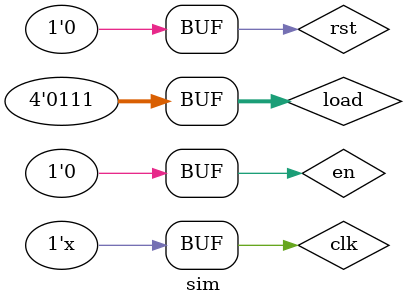
<source format=v>
`timescale 1ns / 1ps


module sim ();
wire [3:0] count;
reg clk, rst, en;
reg [3:0] load;

counter tst( .clk(clk), .rst(rst), .en(en), .load(load), .count(count) );
always #5 clk=~clk;
initial
begin
    clk = 1'b0;
    rst = 1'b1;
    en = 1'b0;
   #10 rst = 1'b0;
   #20 en =1'b1 ; load =7;
   #10 en = 0;
   #100 rst = 1'b1; en = 0;
   #20 rst = 1'b0;
end
endmodule


</source>
